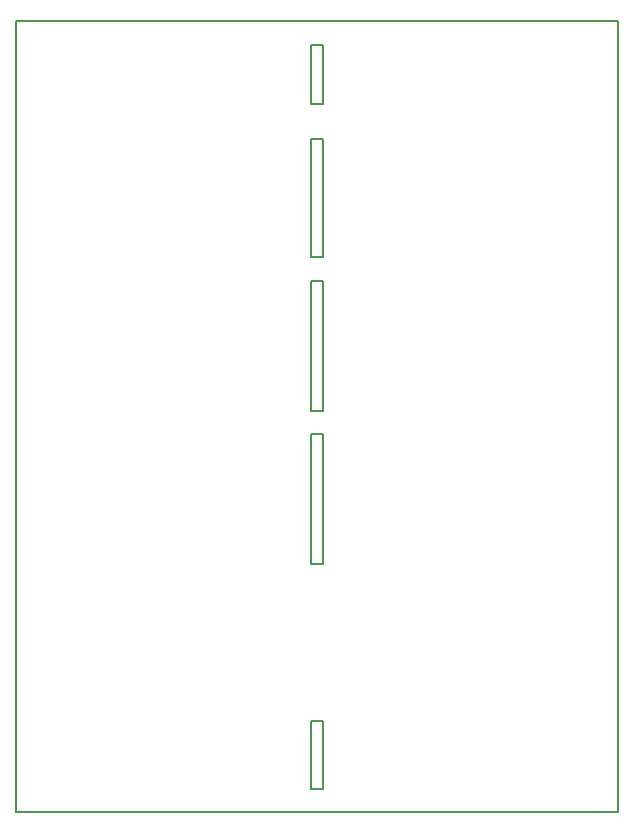
<source format=gbr>
G04 #@! TF.FileFunction,Profile,NP*
%FSLAX46Y46*%
G04 Gerber Fmt 4.6, Leading zero omitted, Abs format (unit mm)*
G04 Created by KiCad (PCBNEW 4.0.7) date 07/04/18 12:00:08*
%MOMM*%
%LPD*%
G01*
G04 APERTURE LIST*
%ADD10C,0.100000*%
%ADD11C,0.150000*%
G04 APERTURE END LIST*
D10*
D11*
X141000000Y-124000000D02*
X141000000Y-118250000D01*
X142000000Y-124000000D02*
X141000000Y-124000000D01*
X142000000Y-118250000D02*
X142000000Y-124000000D01*
X141000000Y-118250000D02*
X142000000Y-118250000D01*
X141000000Y-105000000D02*
X141000000Y-94000000D01*
X142000000Y-105000000D02*
X141000000Y-105000000D01*
X142000000Y-94000000D02*
X142000000Y-105000000D01*
X141000000Y-94000000D02*
X142000000Y-94000000D01*
X141000000Y-92000000D02*
X141000000Y-81000000D01*
X142000000Y-92000000D02*
X141000000Y-92000000D01*
X142000000Y-81000000D02*
X142000000Y-92000000D01*
X141000000Y-81000000D02*
X142000000Y-81000000D01*
X141000000Y-79000000D02*
X141000000Y-69000000D01*
X142000000Y-79000000D02*
X141000000Y-79000000D01*
X142000000Y-69000000D02*
X142000000Y-79000000D01*
X141000000Y-69000000D02*
X142000000Y-69000000D01*
X142000000Y-61000000D02*
X141000000Y-61000000D01*
X142000000Y-66000000D02*
X142000000Y-61000000D01*
X141000000Y-66000000D02*
X142000000Y-66000000D01*
X141000000Y-61000000D02*
X141000000Y-66000000D01*
X116000000Y-126000000D02*
X116000000Y-59000000D01*
X167000000Y-126000000D02*
X116000000Y-126000000D01*
X167000000Y-59000000D02*
X167000000Y-126000000D01*
X116000000Y-59000000D02*
X167000000Y-59000000D01*
M02*

</source>
